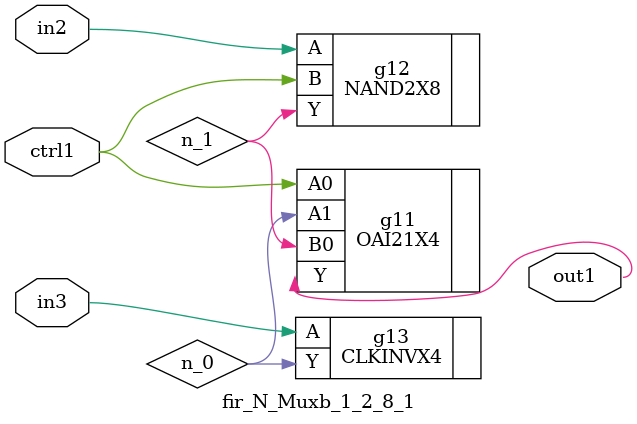
<source format=v>
`timescale 1ps / 1ps


module fir_N_Muxb_1_2_8_1(in3, in2, ctrl1, out1);
  input in3, in2, ctrl1;
  output out1;
  wire in3, in2, ctrl1;
  wire out1;
  wire n_0, n_1;
  OAI21X4 g11(.A0 (ctrl1), .A1 (n_0), .B0 (n_1), .Y (out1));
  NAND2X8 g12(.A (in2), .B (ctrl1), .Y (n_1));
  CLKINVX4 g13(.A (in3), .Y (n_0));
endmodule



</source>
